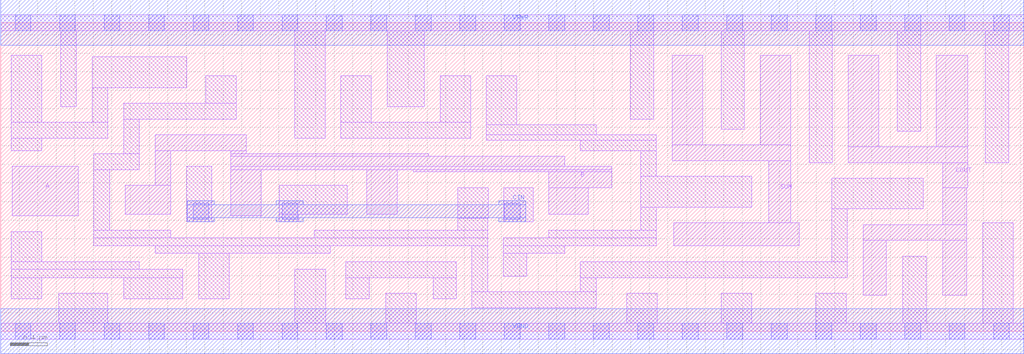
<source format=lef>
# Copyright 2020 The SkyWater PDK Authors
#
# Licensed under the Apache License, Version 2.0 (the "License");
# you may not use this file except in compliance with the License.
# You may obtain a copy of the License at
#
#     https://www.apache.org/licenses/LICENSE-2.0
#
# Unless required by applicable law or agreed to in writing, software
# distributed under the License is distributed on an "AS IS" BASIS,
# WITHOUT WARRANTIES OR CONDITIONS OF ANY KIND, either express or implied.
# See the License for the specific language governing permissions and
# limitations under the License.
#
# SPDX-License-Identifier: Apache-2.0

VERSION 5.7 ;
  NOWIREEXTENSIONATPIN ON ;
  DIVIDERCHAR "/" ;
  BUSBITCHARS "[]" ;
UNITS
  DATABASE MICRONS 200 ;
END UNITS
MACRO sky130_fd_sc_ls__fa_4
  CLASS CORE ;
  FOREIGN sky130_fd_sc_ls__fa_4 ;
  ORIGIN  0.000000  0.000000 ;
  SIZE  11.04000 BY  3.330000 ;
  SYMMETRY X Y ;
  SITE unit ;
  PIN A
    ANTENNAGATEAREA  1.044000 ;
    DIRECTION INPUT ;
    USE SIGNAL ;
    PORT
      LAYER li1 ;
        RECT 0.125000 1.245000 0.835000 1.780000 ;
    END
  END A
  PIN B
    ANTENNAGATEAREA  1.044000 ;
    DIRECTION INPUT ;
    USE SIGNAL ;
    PORT
      LAYER li1 ;
        RECT 1.345000 1.260000 1.835000 1.575000 ;
        RECT 1.665000 1.575000 1.835000 1.950000 ;
        RECT 1.665000 1.950000 2.650000 2.120000 ;
        RECT 2.480000 1.245000 2.810000 1.745000 ;
        RECT 2.480000 1.745000 6.595000 1.780000 ;
        RECT 2.480000 1.780000 6.085000 1.890000 ;
        RECT 2.480000 1.890000 4.620000 1.915000 ;
        RECT 2.480000 1.915000 2.650000 1.950000 ;
        RECT 3.950000 1.260000 4.280000 1.745000 ;
        RECT 4.450000 1.720000 6.595000 1.745000 ;
        RECT 5.915000 1.260000 6.340000 1.550000 ;
        RECT 5.915000 1.550000 6.595000 1.720000 ;
    END
  END B
  PIN CIN
    ANTENNAGATEAREA  0.783000 ;
    DIRECTION INPUT ;
    USE SIGNAL ;
    PORT
      LAYER met1 ;
        RECT 2.015000 1.180000 2.305000 1.225000 ;
        RECT 2.015000 1.225000 5.665000 1.365000 ;
        RECT 2.015000 1.365000 2.305000 1.410000 ;
        RECT 2.975000 1.180000 3.265000 1.225000 ;
        RECT 2.975000 1.365000 3.265000 1.410000 ;
        RECT 5.375000 1.180000 5.665000 1.225000 ;
        RECT 5.375000 1.365000 5.665000 1.410000 ;
    END
  END CIN
  PIN COUT
    ANTENNADIFFAREA  1.086400 ;
    DIRECTION OUTPUT ;
    USE SIGNAL ;
    PORT
      LAYER li1 ;
        RECT  9.145000 1.820000 10.435000 1.990000 ;
        RECT  9.145000 1.990000  9.475000 2.980000 ;
        RECT  9.305000 0.390000  9.555000 0.980000 ;
        RECT  9.305000 0.980000 10.425000 1.150000 ;
        RECT 10.095000 1.990000 10.435000 2.980000 ;
        RECT 10.165000 0.390000 10.425000 0.980000 ;
        RECT 10.165000 1.150000 10.425000 1.550000 ;
        RECT 10.165000 1.550000 10.435000 1.820000 ;
    END
  END COUT
  PIN SUM
    ANTENNADIFFAREA  1.086400 ;
    DIRECTION OUTPUT ;
    USE SIGNAL ;
    PORT
      LAYER li1 ;
        RECT 7.245000 1.840000 8.525000 2.010000 ;
        RECT 7.245000 2.010000 7.575000 2.980000 ;
        RECT 7.265000 0.920000 8.615000 1.170000 ;
        RECT 8.195000 2.010000 8.525000 2.980000 ;
        RECT 8.285000 1.170000 8.525000 1.840000 ;
    END
  END SUM
  PIN VGND
    DIRECTION INOUT ;
    SHAPE ABUTMENT ;
    USE GROUND ;
    PORT
      LAYER met1 ;
        RECT 0.000000 -0.245000 11.040000 0.245000 ;
    END
  END VGND
  PIN VPWR
    DIRECTION INOUT ;
    SHAPE ABUTMENT ;
    USE POWER ;
    PORT
      LAYER met1 ;
        RECT 0.000000 3.085000 11.040000 3.575000 ;
    END
  END VPWR
  OBS
    LAYER li1 ;
      RECT  0.000000 -0.085000 11.040000 0.085000 ;
      RECT  0.000000  3.245000 11.040000 3.415000 ;
      RECT  0.115000  0.350000  0.445000 0.580000 ;
      RECT  0.115000  0.580000  1.965000 0.670000 ;
      RECT  0.115000  0.670000  1.495000 0.750000 ;
      RECT  0.115000  0.750000  0.445000 1.075000 ;
      RECT  0.115000  1.950000  0.445000 2.085000 ;
      RECT  0.115000  2.085000  1.155000 2.255000 ;
      RECT  0.115000  2.255000  0.445000 2.980000 ;
      RECT  0.625000  0.085000  1.155000 0.410000 ;
      RECT  0.645000  2.425000  0.815000 3.245000 ;
      RECT  0.985000  2.255000  1.155000 2.630000 ;
      RECT  0.985000  2.630000  2.005000 2.960000 ;
      RECT  1.005000  0.920000  5.255000 1.010000 ;
      RECT  1.005000  1.010000  1.835000 1.090000 ;
      RECT  1.005000  1.090000  1.175000 1.745000 ;
      RECT  1.005000  1.745000  1.495000 1.915000 ;
      RECT  1.325000  0.350000  1.965000 0.580000 ;
      RECT  1.325000  1.915000  1.495000 2.290000 ;
      RECT  1.325000  2.290000  2.540000 2.460000 ;
      RECT  1.665000  0.840000  3.555000 0.920000 ;
      RECT  2.005000  1.180000  2.275000 1.780000 ;
      RECT  2.135000  0.350000  2.465000 0.840000 ;
      RECT  2.210000  2.460000  2.540000 2.755000 ;
      RECT  3.005000  1.180000  3.215000 1.260000 ;
      RECT  3.005000  1.260000  3.740000 1.575000 ;
      RECT  3.170000  2.085000  3.500000 3.245000 ;
      RECT  3.175000  0.085000  3.505000 0.670000 ;
      RECT  3.385000  1.010000  5.255000 1.090000 ;
      RECT  3.670000  2.085000  5.070000 2.255000 ;
      RECT  3.670000  2.255000  4.000000 2.755000 ;
      RECT  3.725000  0.350000  3.975000 0.580000 ;
      RECT  3.725000  0.580000  4.915000 0.750000 ;
      RECT  4.155000  0.085000  4.485000 0.410000 ;
      RECT  4.170000  2.425000  4.570000 3.245000 ;
      RECT  4.665000  0.350000  4.915000 0.580000 ;
      RECT  4.740000  2.255000  5.070000 2.755000 ;
      RECT  4.930000  1.090000  5.255000 1.220000 ;
      RECT  4.930000  1.220000  5.260000 1.550000 ;
      RECT  5.085000  0.255000  6.425000 0.425000 ;
      RECT  5.085000  0.425000  5.255000 0.920000 ;
      RECT  5.240000  2.060000  7.075000 2.120000 ;
      RECT  5.240000  2.120000  6.425000 2.230000 ;
      RECT  5.240000  2.230000  5.570000 2.755000 ;
      RECT  5.425000  0.595000  5.675000 0.840000 ;
      RECT  5.425000  0.840000  6.085000 0.920000 ;
      RECT  5.425000  0.920000  7.075000 1.010000 ;
      RECT  5.430000  1.180000  5.745000 1.550000 ;
      RECT  5.915000  1.010000  7.075000 1.090000 ;
      RECT  6.255000  0.425000  6.425000 0.580000 ;
      RECT  6.255000  0.580000  9.135000 0.750000 ;
      RECT  6.255000  1.950000  7.075000 2.060000 ;
      RECT  6.755000  0.085000  7.085000 0.410000 ;
      RECT  6.795000  2.290000  7.045000 3.245000 ;
      RECT  6.905000  1.090000  7.075000 1.340000 ;
      RECT  6.905000  1.340000  8.105000 1.670000 ;
      RECT  6.905000  1.670000  7.075000 1.950000 ;
      RECT  7.775000  0.085000  8.105000 0.410000 ;
      RECT  7.775000  2.180000  8.025000 3.245000 ;
      RECT  8.725000  1.820000  8.975000 3.245000 ;
      RECT  8.795000  0.085000  9.125000 0.410000 ;
      RECT  8.965000  0.750000  9.135000 1.320000 ;
      RECT  8.965000  1.320000  9.955000 1.650000 ;
      RECT  9.675000  2.160000  9.925000 3.245000 ;
      RECT  9.735000  0.085000  9.985000 0.810000 ;
      RECT 10.595000  0.085000 10.925000 1.170000 ;
      RECT 10.625000  1.820000 10.875000 3.245000 ;
    LAYER mcon ;
      RECT  0.155000 -0.085000  0.325000 0.085000 ;
      RECT  0.155000  3.245000  0.325000 3.415000 ;
      RECT  0.635000 -0.085000  0.805000 0.085000 ;
      RECT  0.635000  3.245000  0.805000 3.415000 ;
      RECT  1.115000 -0.085000  1.285000 0.085000 ;
      RECT  1.115000  3.245000  1.285000 3.415000 ;
      RECT  1.595000 -0.085000  1.765000 0.085000 ;
      RECT  1.595000  3.245000  1.765000 3.415000 ;
      RECT  2.075000 -0.085000  2.245000 0.085000 ;
      RECT  2.075000  1.210000  2.245000 1.380000 ;
      RECT  2.075000  3.245000  2.245000 3.415000 ;
      RECT  2.555000 -0.085000  2.725000 0.085000 ;
      RECT  2.555000  3.245000  2.725000 3.415000 ;
      RECT  3.035000 -0.085000  3.205000 0.085000 ;
      RECT  3.035000  1.210000  3.205000 1.380000 ;
      RECT  3.035000  3.245000  3.205000 3.415000 ;
      RECT  3.515000 -0.085000  3.685000 0.085000 ;
      RECT  3.515000  3.245000  3.685000 3.415000 ;
      RECT  3.995000 -0.085000  4.165000 0.085000 ;
      RECT  3.995000  3.245000  4.165000 3.415000 ;
      RECT  4.475000 -0.085000  4.645000 0.085000 ;
      RECT  4.475000  3.245000  4.645000 3.415000 ;
      RECT  4.955000 -0.085000  5.125000 0.085000 ;
      RECT  4.955000  3.245000  5.125000 3.415000 ;
      RECT  5.435000 -0.085000  5.605000 0.085000 ;
      RECT  5.435000  1.210000  5.605000 1.380000 ;
      RECT  5.435000  3.245000  5.605000 3.415000 ;
      RECT  5.915000 -0.085000  6.085000 0.085000 ;
      RECT  5.915000  3.245000  6.085000 3.415000 ;
      RECT  6.395000 -0.085000  6.565000 0.085000 ;
      RECT  6.395000  3.245000  6.565000 3.415000 ;
      RECT  6.875000 -0.085000  7.045000 0.085000 ;
      RECT  6.875000  3.245000  7.045000 3.415000 ;
      RECT  7.355000 -0.085000  7.525000 0.085000 ;
      RECT  7.355000  3.245000  7.525000 3.415000 ;
      RECT  7.835000 -0.085000  8.005000 0.085000 ;
      RECT  7.835000  3.245000  8.005000 3.415000 ;
      RECT  8.315000 -0.085000  8.485000 0.085000 ;
      RECT  8.315000  3.245000  8.485000 3.415000 ;
      RECT  8.795000 -0.085000  8.965000 0.085000 ;
      RECT  8.795000  3.245000  8.965000 3.415000 ;
      RECT  9.275000 -0.085000  9.445000 0.085000 ;
      RECT  9.275000  3.245000  9.445000 3.415000 ;
      RECT  9.755000 -0.085000  9.925000 0.085000 ;
      RECT  9.755000  3.245000  9.925000 3.415000 ;
      RECT 10.235000 -0.085000 10.405000 0.085000 ;
      RECT 10.235000  3.245000 10.405000 3.415000 ;
      RECT 10.715000 -0.085000 10.885000 0.085000 ;
      RECT 10.715000  3.245000 10.885000 3.415000 ;
  END
END sky130_fd_sc_ls__fa_4
END LIBRARY

</source>
